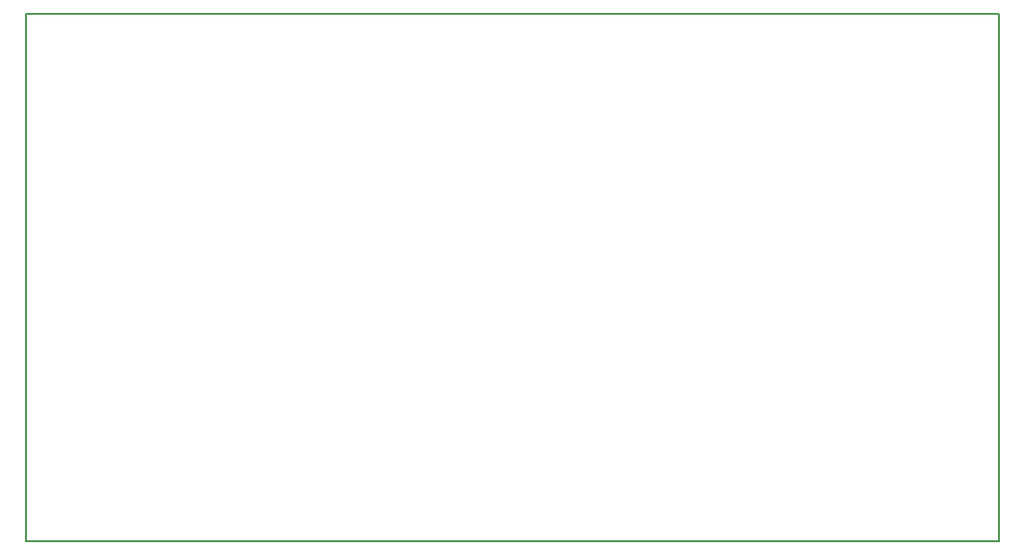
<source format=gbr>
G04 start of page 4 for group 2 idx 2 *
G04 Title: (unknown), outline *
G04 Creator: pcb 20110918 *
G04 CreationDate: Tue 09 Apr 2013 03:49:42 AM GMT UTC *
G04 For: railfan *
G04 Format: Gerber/RS-274X *
G04 PCB-Dimensions: 350000 190000 *
G04 PCB-Coordinate-Origin: lower left *
%MOIN*%
%FSLAX25Y25*%
%LNOUTLINE*%
%ADD55C,0.0080*%
G54D55*X0Y190000D02*Y0D01*
Y190000D02*X350000D01*
X0Y0D02*X350000D01*
Y190000D02*Y0D01*
M02*

</source>
